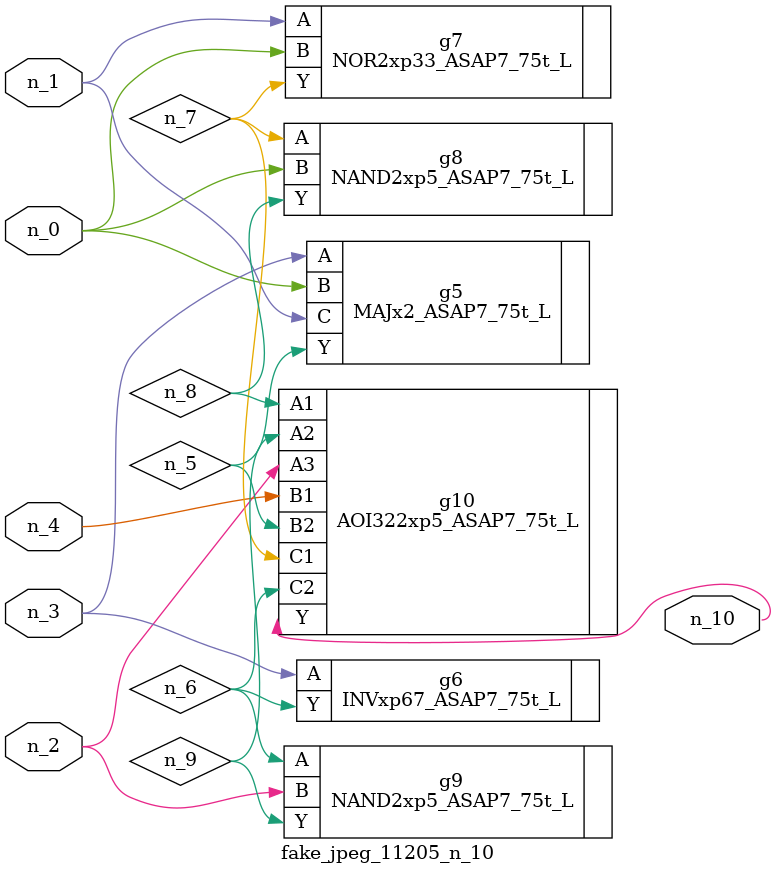
<source format=v>
module fake_jpeg_11205_n_10 (n_3, n_2, n_1, n_0, n_4, n_10);

input n_3;
input n_2;
input n_1;
input n_0;
input n_4;

output n_10;

wire n_8;
wire n_9;
wire n_6;
wire n_5;
wire n_7;

MAJx2_ASAP7_75t_L g5 ( 
.A(n_3),
.B(n_0),
.C(n_1),
.Y(n_5)
);

INVxp67_ASAP7_75t_L g6 ( 
.A(n_3),
.Y(n_6)
);

NOR2xp33_ASAP7_75t_L g7 ( 
.A(n_1),
.B(n_0),
.Y(n_7)
);

NAND2xp5_ASAP7_75t_L g8 ( 
.A(n_7),
.B(n_0),
.Y(n_8)
);

AOI322xp5_ASAP7_75t_L g10 ( 
.A1(n_8),
.A2(n_9),
.A3(n_2),
.B1(n_4),
.B2(n_5),
.C1(n_7),
.C2(n_6),
.Y(n_10)
);

NAND2xp5_ASAP7_75t_L g9 ( 
.A(n_6),
.B(n_2),
.Y(n_9)
);


endmodule
</source>
